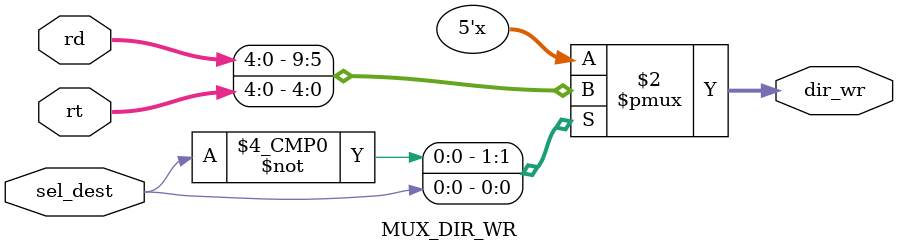
<source format=v>
`timescale 1ns / 1ps


module MUX_DIR_WR(rt,rd,sel_dest,dir_wr );
input [4:0]rt,rd;
input sel_dest;
output reg [4:0]dir_wr;

always @(sel_dest or rt or rd or dir_wr  )
      case(sel_dest)
      1'b0: dir_wr = rd;
      1'b1: dir_wr = rt;
       default: dir_wr=4'b0;
      endcase
endmodule

</source>
